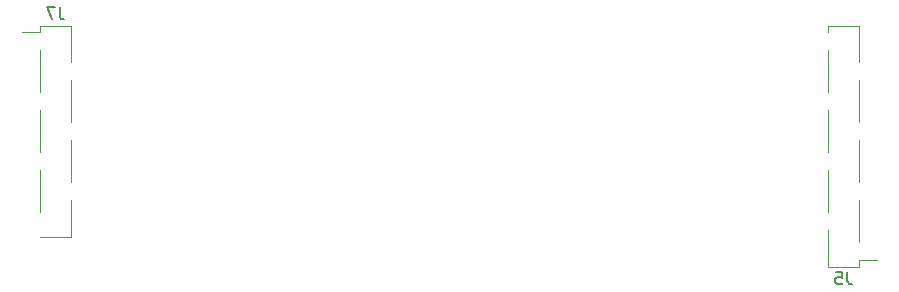
<source format=gbr>
%TF.GenerationSoftware,KiCad,Pcbnew,(6.0.7-1)-1*%
%TF.CreationDate,2022-12-29T08:39:09+01:00*%
%TF.ProjectId,cover_test,636f7665-725f-4746-9573-742e6b696361,rev?*%
%TF.SameCoordinates,Original*%
%TF.FileFunction,Legend,Bot*%
%TF.FilePolarity,Positive*%
%FSLAX46Y46*%
G04 Gerber Fmt 4.6, Leading zero omitted, Abs format (unit mm)*
G04 Created by KiCad (PCBNEW (6.0.7-1)-1) date 2022-12-29 08:39:09*
%MOMM*%
%LPD*%
G01*
G04 APERTURE LIST*
%ADD10C,0.150000*%
%ADD11C,0.120000*%
G04 APERTURE END LIST*
D10*
%TO.C,J5*%
X169325332Y-106377380D02*
X169325332Y-107091666D01*
X169372951Y-107234523D01*
X169468189Y-107329761D01*
X169611046Y-107377380D01*
X169706284Y-107377380D01*
X168372951Y-106377380D02*
X168849141Y-106377380D01*
X168896760Y-106853571D01*
X168849141Y-106805952D01*
X168753903Y-106758333D01*
X168515808Y-106758333D01*
X168420570Y-106805952D01*
X168372951Y-106853571D01*
X168325332Y-106948809D01*
X168325332Y-107186904D01*
X168372951Y-107282142D01*
X168420570Y-107329761D01*
X168515808Y-107377380D01*
X168753903Y-107377380D01*
X168849141Y-107329761D01*
X168896760Y-107282142D01*
%TO.C,J7*%
X102650332Y-83937380D02*
X102650332Y-84651666D01*
X102697951Y-84794523D01*
X102793189Y-84889761D01*
X102936046Y-84937380D01*
X103031284Y-84937380D01*
X102269379Y-83937380D02*
X101602713Y-83937380D01*
X102031284Y-84937380D01*
D11*
%TO.C,J5*%
X170321999Y-105925000D02*
X170321999Y-105355000D01*
X167661999Y-86055000D02*
X167661999Y-85485000D01*
X170321999Y-98755000D02*
X170321999Y-95195000D01*
X170321999Y-93675000D02*
X170321999Y-90115000D01*
X167661999Y-96215000D02*
X167661999Y-92655000D01*
X167661999Y-101295000D02*
X167661999Y-97735000D01*
X170321999Y-88595000D02*
X170321999Y-85485000D01*
X167661999Y-91135000D02*
X167661999Y-87575000D01*
X167661999Y-85485000D02*
X170321999Y-85485000D01*
X170321999Y-105355000D02*
X171841999Y-105355000D01*
X167661999Y-105925000D02*
X170321999Y-105925000D01*
X167661999Y-105925000D02*
X167661999Y-102815000D01*
X170321999Y-103835000D02*
X170321999Y-100275000D01*
%TO.C,J7*%
X103646999Y-100275000D02*
X103646999Y-103385000D01*
X100986999Y-87575000D02*
X100986999Y-91135000D01*
X103646999Y-85485000D02*
X103646999Y-88595000D01*
X100986999Y-92655000D02*
X100986999Y-96215000D01*
X100986999Y-85485000D02*
X100986999Y-86055000D01*
X103646999Y-90115000D02*
X103646999Y-93675000D01*
X103646999Y-103385000D02*
X100986999Y-103385000D01*
X100986999Y-86055000D02*
X99466999Y-86055000D01*
X103646999Y-85485000D02*
X100986999Y-85485000D01*
X100986999Y-97735000D02*
X100986999Y-101295000D01*
X103646999Y-95195000D02*
X103646999Y-98755000D01*
X103646999Y-102815000D02*
X103646999Y-103385000D01*
%TD*%
M02*

</source>
